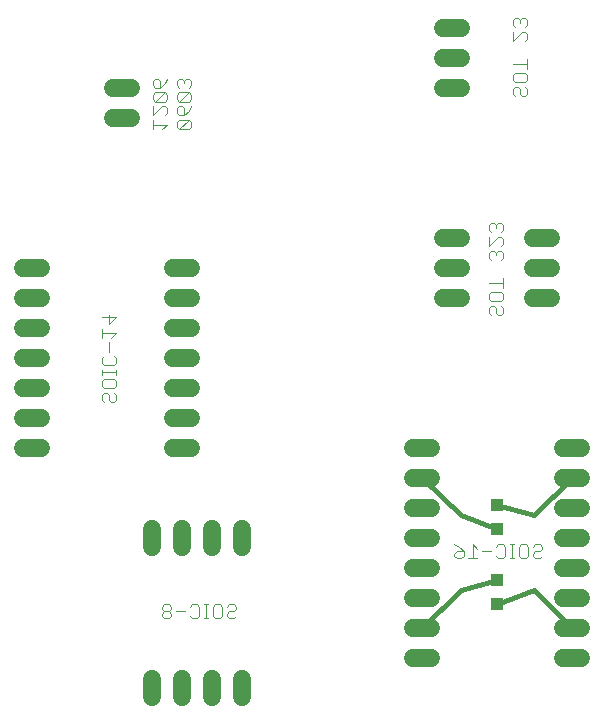
<source format=gbl>
G75*
%MOIN*%
%OFA0B0*%
%FSLAX25Y25*%
%IPPOS*%
%LPD*%
%AMOC8*
5,1,8,0,0,1.08239X$1,22.5*
%
%ADD10C,0.00400*%
%ADD11C,0.06000*%
%ADD12C,0.01600*%
%ADD13R,0.03962X0.03962*%
D10*
X0108558Y0046480D02*
X0109325Y0045713D01*
X0110860Y0045713D01*
X0111627Y0046480D01*
X0111627Y0047247D01*
X0110860Y0048015D01*
X0109325Y0048015D01*
X0108558Y0047247D01*
X0108558Y0046480D01*
X0109325Y0048015D02*
X0108558Y0048782D01*
X0108558Y0049549D01*
X0109325Y0050317D01*
X0110860Y0050317D01*
X0111627Y0049549D01*
X0111627Y0048782D01*
X0110860Y0048015D01*
X0113161Y0048015D02*
X0116231Y0048015D01*
X0117765Y0049549D02*
X0118533Y0050317D01*
X0120067Y0050317D01*
X0120835Y0049549D01*
X0120835Y0046480D01*
X0120067Y0045713D01*
X0118533Y0045713D01*
X0117765Y0046480D01*
X0122369Y0045713D02*
X0123904Y0045713D01*
X0123137Y0045713D02*
X0123137Y0050317D01*
X0123904Y0050317D02*
X0122369Y0050317D01*
X0125439Y0049549D02*
X0125439Y0046480D01*
X0126206Y0045713D01*
X0127741Y0045713D01*
X0128508Y0046480D01*
X0128508Y0049549D01*
X0127741Y0050317D01*
X0126206Y0050317D01*
X0125439Y0049549D01*
X0130043Y0049549D02*
X0130810Y0050317D01*
X0132345Y0050317D01*
X0133112Y0049549D01*
X0133112Y0048782D01*
X0132345Y0048015D01*
X0130810Y0048015D01*
X0130043Y0047247D01*
X0130043Y0046480D01*
X0130810Y0045713D01*
X0132345Y0045713D01*
X0133112Y0046480D01*
X0205954Y0066480D02*
X0205954Y0067247D01*
X0206721Y0068015D01*
X0209023Y0068015D01*
X0209023Y0066480D01*
X0208256Y0065713D01*
X0206721Y0065713D01*
X0205954Y0066480D01*
X0207488Y0069549D02*
X0209023Y0068015D01*
X0207488Y0069549D02*
X0205954Y0070317D01*
X0210558Y0065713D02*
X0213627Y0065713D01*
X0212092Y0065713D02*
X0212092Y0070317D01*
X0213627Y0068782D01*
X0215161Y0068015D02*
X0218231Y0068015D01*
X0219765Y0069549D02*
X0220533Y0070317D01*
X0222067Y0070317D01*
X0222835Y0069549D01*
X0222835Y0066480D01*
X0222067Y0065713D01*
X0220533Y0065713D01*
X0219765Y0066480D01*
X0224369Y0065713D02*
X0225904Y0065713D01*
X0225137Y0065713D02*
X0225137Y0070317D01*
X0225904Y0070317D02*
X0224369Y0070317D01*
X0227439Y0069549D02*
X0228206Y0070317D01*
X0229741Y0070317D01*
X0230508Y0069549D01*
X0230508Y0066480D01*
X0229741Y0065713D01*
X0228206Y0065713D01*
X0227439Y0066480D01*
X0227439Y0069549D01*
X0232043Y0069549D02*
X0232810Y0070317D01*
X0234345Y0070317D01*
X0235112Y0069549D01*
X0235112Y0068782D01*
X0234345Y0068015D01*
X0232810Y0068015D01*
X0232043Y0067247D01*
X0232043Y0066480D01*
X0232810Y0065713D01*
X0234345Y0065713D01*
X0235112Y0066480D01*
X0221348Y0146713D02*
X0220581Y0146713D01*
X0219814Y0147480D01*
X0219814Y0149015D01*
X0219046Y0149782D01*
X0218279Y0149782D01*
X0217512Y0149015D01*
X0217512Y0147480D01*
X0218279Y0146713D01*
X0221348Y0146713D02*
X0222116Y0147480D01*
X0222116Y0149015D01*
X0221348Y0149782D01*
X0221348Y0151317D02*
X0218279Y0151317D01*
X0217512Y0152084D01*
X0217512Y0153619D01*
X0218279Y0154386D01*
X0221348Y0154386D01*
X0222116Y0153619D01*
X0222116Y0152084D01*
X0221348Y0151317D01*
X0222116Y0155921D02*
X0222116Y0158990D01*
X0222116Y0157455D02*
X0217512Y0157455D01*
X0218279Y0165128D02*
X0217512Y0165896D01*
X0217512Y0167430D01*
X0218279Y0168198D01*
X0219046Y0168198D01*
X0219814Y0167430D01*
X0219814Y0166663D01*
X0219814Y0167430D02*
X0220581Y0168198D01*
X0221348Y0168198D01*
X0222116Y0167430D01*
X0222116Y0165896D01*
X0221348Y0165128D01*
X0221348Y0169732D02*
X0222116Y0170500D01*
X0222116Y0172034D01*
X0221348Y0172802D01*
X0220581Y0172802D01*
X0217512Y0169732D01*
X0217512Y0172802D01*
X0218279Y0174336D02*
X0217512Y0175104D01*
X0217512Y0176638D01*
X0218279Y0177406D01*
X0219046Y0177406D01*
X0219814Y0176638D01*
X0219814Y0175871D01*
X0219814Y0176638D02*
X0220581Y0177406D01*
X0221348Y0177406D01*
X0222116Y0176638D01*
X0222116Y0175104D01*
X0221348Y0174336D01*
X0226279Y0219713D02*
X0225512Y0220480D01*
X0225512Y0222015D01*
X0226279Y0222782D01*
X0227046Y0222782D01*
X0227814Y0222015D01*
X0227814Y0220480D01*
X0228581Y0219713D01*
X0229348Y0219713D01*
X0230116Y0220480D01*
X0230116Y0222015D01*
X0229348Y0222782D01*
X0229348Y0224317D02*
X0226279Y0224317D01*
X0225512Y0225084D01*
X0225512Y0226619D01*
X0226279Y0227386D01*
X0229348Y0227386D01*
X0230116Y0226619D01*
X0230116Y0225084D01*
X0229348Y0224317D01*
X0230116Y0228921D02*
X0230116Y0231990D01*
X0230116Y0230455D02*
X0225512Y0230455D01*
X0225512Y0238128D02*
X0228581Y0241198D01*
X0229348Y0241198D01*
X0230116Y0240430D01*
X0230116Y0238896D01*
X0229348Y0238128D01*
X0225512Y0238128D02*
X0225512Y0241198D01*
X0226279Y0242732D02*
X0225512Y0243500D01*
X0225512Y0245034D01*
X0226279Y0245802D01*
X0227046Y0245802D01*
X0227814Y0245034D01*
X0227814Y0244267D01*
X0227814Y0245034D02*
X0228581Y0245802D01*
X0229348Y0245802D01*
X0230116Y0245034D01*
X0230116Y0243500D01*
X0229348Y0242732D01*
X0118116Y0224826D02*
X0117348Y0225594D01*
X0116581Y0225594D01*
X0115814Y0224826D01*
X0115046Y0225594D01*
X0114279Y0225594D01*
X0113512Y0224826D01*
X0113512Y0223292D01*
X0114279Y0222525D01*
X0114279Y0220990D02*
X0113512Y0220223D01*
X0113512Y0218688D01*
X0114279Y0217921D01*
X0117348Y0220990D01*
X0114279Y0220990D01*
X0114279Y0217921D02*
X0117348Y0217921D01*
X0118116Y0218688D01*
X0118116Y0220223D01*
X0117348Y0220990D01*
X0117348Y0222525D02*
X0118116Y0223292D01*
X0118116Y0224826D01*
X0115814Y0224826D02*
X0115814Y0224059D01*
X0110116Y0225594D02*
X0109348Y0224059D01*
X0107814Y0222525D01*
X0107814Y0224826D01*
X0107046Y0225594D01*
X0106279Y0225594D01*
X0105512Y0224826D01*
X0105512Y0223292D01*
X0106279Y0222525D01*
X0107814Y0222525D01*
X0109348Y0220990D02*
X0106279Y0220990D01*
X0105512Y0220223D01*
X0105512Y0218688D01*
X0106279Y0217921D01*
X0109348Y0220990D01*
X0110116Y0220223D01*
X0110116Y0218688D01*
X0109348Y0217921D01*
X0106279Y0217921D01*
X0105512Y0216386D02*
X0105512Y0213317D01*
X0108581Y0216386D01*
X0109348Y0216386D01*
X0110116Y0215619D01*
X0110116Y0214084D01*
X0109348Y0213317D01*
X0110116Y0210247D02*
X0105512Y0210247D01*
X0105512Y0208713D02*
X0105512Y0211782D01*
X0108581Y0208713D02*
X0110116Y0210247D01*
X0113512Y0211015D02*
X0113512Y0209480D01*
X0114279Y0208713D01*
X0117348Y0211782D01*
X0114279Y0211782D01*
X0113512Y0211015D01*
X0114279Y0213317D02*
X0113512Y0214084D01*
X0113512Y0215619D01*
X0114279Y0216386D01*
X0115046Y0216386D01*
X0115814Y0215619D01*
X0115814Y0213317D01*
X0114279Y0213317D01*
X0115814Y0213317D02*
X0117348Y0214851D01*
X0118116Y0216386D01*
X0117348Y0211782D02*
X0118116Y0211015D01*
X0118116Y0209480D01*
X0117348Y0208713D01*
X0114279Y0208713D01*
X0093116Y0146104D02*
X0090814Y0143802D01*
X0090814Y0146871D01*
X0088512Y0146104D02*
X0093116Y0146104D01*
X0093116Y0140732D02*
X0088512Y0140732D01*
X0088512Y0139198D02*
X0088512Y0142267D01*
X0091581Y0139198D02*
X0093116Y0140732D01*
X0090814Y0137663D02*
X0090814Y0134594D01*
X0092348Y0133059D02*
X0093116Y0132292D01*
X0093116Y0130757D01*
X0092348Y0129990D01*
X0089279Y0129990D01*
X0088512Y0130757D01*
X0088512Y0132292D01*
X0089279Y0133059D01*
X0088512Y0128455D02*
X0088512Y0126921D01*
X0088512Y0127688D02*
X0093116Y0127688D01*
X0093116Y0126921D02*
X0093116Y0128455D01*
X0092348Y0125386D02*
X0089279Y0125386D01*
X0088512Y0124619D01*
X0088512Y0123084D01*
X0089279Y0122317D01*
X0092348Y0122317D01*
X0093116Y0123084D01*
X0093116Y0124619D01*
X0092348Y0125386D01*
X0092348Y0120782D02*
X0093116Y0120015D01*
X0093116Y0118480D01*
X0092348Y0117713D01*
X0091581Y0117713D01*
X0090814Y0118480D01*
X0090814Y0120015D01*
X0090046Y0120782D01*
X0089279Y0120782D01*
X0088512Y0120015D01*
X0088512Y0118480D01*
X0089279Y0117713D01*
D11*
X0068312Y0102513D02*
X0062312Y0102513D01*
X0062312Y0112513D02*
X0068312Y0112513D01*
X0068312Y0122513D02*
X0062312Y0122513D01*
X0062312Y0132513D02*
X0068312Y0132513D01*
X0068312Y0142513D02*
X0062312Y0142513D01*
X0062312Y0152513D02*
X0068312Y0152513D01*
X0068312Y0162513D02*
X0062312Y0162513D01*
X0112312Y0162513D02*
X0118312Y0162513D01*
X0118312Y0152513D02*
X0112312Y0152513D01*
X0112312Y0142513D02*
X0118312Y0142513D01*
X0118312Y0132513D02*
X0112312Y0132513D01*
X0112312Y0122513D02*
X0118312Y0122513D01*
X0118312Y0112513D02*
X0112312Y0112513D01*
X0112312Y0102513D02*
X0118312Y0102513D01*
X0115312Y0075513D02*
X0115312Y0069513D01*
X0105312Y0069513D02*
X0105312Y0075513D01*
X0125312Y0075513D02*
X0125312Y0069513D01*
X0135312Y0069513D02*
X0135312Y0075513D01*
X0135312Y0025513D02*
X0135312Y0019513D01*
X0125312Y0019513D02*
X0125312Y0025513D01*
X0115312Y0025513D02*
X0115312Y0019513D01*
X0105312Y0019513D02*
X0105312Y0025513D01*
X0192312Y0032513D02*
X0198312Y0032513D01*
X0198312Y0042513D02*
X0192312Y0042513D01*
X0192312Y0052513D02*
X0198312Y0052513D01*
X0198312Y0062513D02*
X0192312Y0062513D01*
X0192312Y0072513D02*
X0198312Y0072513D01*
X0198312Y0082513D02*
X0192312Y0082513D01*
X0192312Y0092513D02*
X0198312Y0092513D01*
X0198312Y0102513D02*
X0192312Y0102513D01*
X0242312Y0102513D02*
X0248312Y0102513D01*
X0248312Y0092513D02*
X0242312Y0092513D01*
X0242312Y0082513D02*
X0248312Y0082513D01*
X0248312Y0072513D02*
X0242312Y0072513D01*
X0242312Y0062513D02*
X0248312Y0062513D01*
X0248312Y0052513D02*
X0242312Y0052513D01*
X0242312Y0042513D02*
X0248312Y0042513D01*
X0248312Y0032513D02*
X0242312Y0032513D01*
X0238312Y0152513D02*
X0232312Y0152513D01*
X0232312Y0162513D02*
X0238312Y0162513D01*
X0238312Y0172513D02*
X0232312Y0172513D01*
X0208312Y0172513D02*
X0202312Y0172513D01*
X0202312Y0162513D02*
X0208312Y0162513D01*
X0208312Y0152513D02*
X0202312Y0152513D01*
X0202312Y0222513D02*
X0208312Y0222513D01*
X0208312Y0232513D02*
X0202312Y0232513D01*
X0202312Y0242513D02*
X0208312Y0242513D01*
X0098312Y0222513D02*
X0092312Y0222513D01*
X0092312Y0212513D02*
X0098312Y0212513D01*
D12*
X0195312Y0092513D02*
X0208212Y0080013D01*
X0220312Y0075513D01*
X0220312Y0083513D02*
X0232412Y0080013D01*
X0245312Y0092513D01*
X0220312Y0058513D02*
X0208212Y0055013D01*
X0195312Y0042513D01*
X0220312Y0050513D02*
X0232412Y0055013D01*
X0245312Y0042513D01*
D13*
X0220312Y0050513D03*
X0220312Y0058513D03*
X0220312Y0075513D03*
X0220312Y0083513D03*
M02*

</source>
